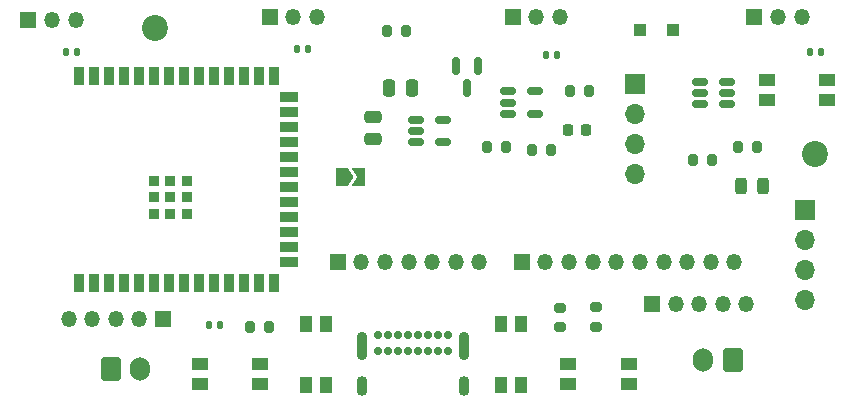
<source format=gbr>
%TF.GenerationSoftware,KiCad,Pcbnew,7.0.7*%
%TF.CreationDate,2025-04-06T11:57:42-05:00*%
%TF.ProjectId,LASK5_V2-0,4c41534b-355f-4563-922d-302e6b696361,rev?*%
%TF.SameCoordinates,Original*%
%TF.FileFunction,Soldermask,Top*%
%TF.FilePolarity,Negative*%
%FSLAX46Y46*%
G04 Gerber Fmt 4.6, Leading zero omitted, Abs format (unit mm)*
G04 Created by KiCad (PCBNEW 7.0.7) date 2025-04-06 11:57:42*
%MOMM*%
%LPD*%
G01*
G04 APERTURE LIST*
G04 Aperture macros list*
%AMRoundRect*
0 Rectangle with rounded corners*
0 $1 Rounding radius*
0 $2 $3 $4 $5 $6 $7 $8 $9 X,Y pos of 4 corners*
0 Add a 4 corners polygon primitive as box body*
4,1,4,$2,$3,$4,$5,$6,$7,$8,$9,$2,$3,0*
0 Add four circle primitives for the rounded corners*
1,1,$1+$1,$2,$3*
1,1,$1+$1,$4,$5*
1,1,$1+$1,$6,$7*
1,1,$1+$1,$8,$9*
0 Add four rect primitives between the rounded corners*
20,1,$1+$1,$2,$3,$4,$5,0*
20,1,$1+$1,$4,$5,$6,$7,0*
20,1,$1+$1,$6,$7,$8,$9,0*
20,1,$1+$1,$8,$9,$2,$3,0*%
%AMFreePoly0*
4,1,6,1.000000,0.000000,0.500000,-0.750000,-0.500000,-0.750000,-0.500000,0.750000,0.500000,0.750000,1.000000,0.000000,1.000000,0.000000,$1*%
%AMFreePoly1*
4,1,6,0.500000,-0.750000,-0.650000,-0.750000,-0.150000,0.000000,-0.650000,0.750000,0.500000,0.750000,0.500000,-0.750000,0.500000,-0.750000,$1*%
G04 Aperture macros list end*
%ADD10RoundRect,0.140000X-0.140000X-0.170000X0.140000X-0.170000X0.140000X0.170000X-0.140000X0.170000X0*%
%ADD11RoundRect,0.200000X-0.200000X-0.275000X0.200000X-0.275000X0.200000X0.275000X-0.200000X0.275000X0*%
%ADD12RoundRect,0.250000X-0.475000X0.250000X-0.475000X-0.250000X0.475000X-0.250000X0.475000X0.250000X0*%
%ADD13RoundRect,0.150000X-0.150000X0.587500X-0.150000X-0.587500X0.150000X-0.587500X0.150000X0.587500X0*%
%ADD14RoundRect,0.150000X-0.512500X-0.150000X0.512500X-0.150000X0.512500X0.150000X-0.512500X0.150000X0*%
%ADD15RoundRect,0.200000X0.275000X-0.200000X0.275000X0.200000X-0.275000X0.200000X-0.275000X-0.200000X0*%
%ADD16R,1.700000X1.700000*%
%ADD17O,1.700000X1.700000*%
%ADD18R,1.350000X1.350000*%
%ADD19O,1.350000X1.350000*%
%ADD20R,1.450000X1.000000*%
%ADD21RoundRect,0.225000X0.225000X0.250000X-0.225000X0.250000X-0.225000X-0.250000X0.225000X-0.250000X0*%
%ADD22C,2.200000*%
%ADD23RoundRect,0.250000X-0.300000X-0.300000X0.300000X-0.300000X0.300000X0.300000X-0.300000X0.300000X0*%
%ADD24FreePoly0,0.000000*%
%ADD25FreePoly1,0.000000*%
%ADD26RoundRect,0.250000X0.600000X0.750000X-0.600000X0.750000X-0.600000X-0.750000X0.600000X-0.750000X0*%
%ADD27O,1.700000X2.000000*%
%ADD28R,0.812800X1.498600*%
%ADD29R,1.498600X0.812800*%
%ADD30R,0.889000X0.889000*%
%ADD31RoundRect,0.250000X-0.600000X-0.750000X0.600000X-0.750000X0.600000X0.750000X-0.600000X0.750000X0*%
%ADD32R,1.000000X1.450000*%
%ADD33C,0.700000*%
%ADD34O,0.900000X2.400000*%
%ADD35O,0.900000X1.700000*%
%ADD36RoundRect,0.200000X0.200000X0.275000X-0.200000X0.275000X-0.200000X-0.275000X0.200000X-0.275000X0*%
%ADD37RoundRect,0.243750X-0.243750X-0.456250X0.243750X-0.456250X0.243750X0.456250X-0.243750X0.456250X0*%
%ADD38RoundRect,0.250000X0.250000X0.475000X-0.250000X0.475000X-0.250000X-0.475000X0.250000X-0.475000X0*%
G04 APERTURE END LIST*
D10*
%TO.C,C2*%
X122484000Y-71120000D03*
X123444000Y-71120000D03*
%TD*%
D11*
%TO.C,R4*%
X165101000Y-74427000D03*
X166751000Y-74427000D03*
%TD*%
D12*
%TO.C,C6*%
X148452000Y-76581000D03*
X148452000Y-78481000D03*
%TD*%
D11*
%TO.C,R9*%
X149607000Y-69342000D03*
X151257000Y-69342000D03*
%TD*%
D13*
%TO.C,Q2*%
X157353000Y-72263000D03*
X155453000Y-72263000D03*
X156403000Y-74138000D03*
%TD*%
D14*
%TO.C,U4*%
X159904000Y-74427000D03*
X159904000Y-75377000D03*
X159904000Y-76327000D03*
X162179000Y-76327000D03*
X162179000Y-74427000D03*
%TD*%
D15*
%TO.C,R2*%
X164338000Y-94424000D03*
X164338000Y-92774000D03*
%TD*%
D16*
%TO.C,J9*%
X170688000Y-73787000D03*
D17*
X170688000Y-76327000D03*
X170688000Y-78867000D03*
X170688000Y-81407000D03*
%TD*%
D18*
%TO.C,J3*%
X161068000Y-88900000D03*
D19*
X163068000Y-88900000D03*
X165068000Y-88900000D03*
X167068000Y-88900000D03*
X169068000Y-88900000D03*
X171068000Y-88900000D03*
X173068000Y-88900000D03*
X175068000Y-88900000D03*
X177068000Y-88900000D03*
X179068000Y-88900000D03*
%TD*%
D20*
%TO.C,SW_PWR1*%
X181794000Y-75184000D03*
X181794000Y-73484000D03*
X186944000Y-75184000D03*
X186944000Y-73484000D03*
%TD*%
D18*
%TO.C,H2*%
X139732000Y-68167600D03*
D19*
X141732000Y-68167600D03*
X143732000Y-68167600D03*
%TD*%
D21*
%TO.C,C8*%
X166497000Y-77729000D03*
X164947000Y-77729000D03*
%TD*%
D14*
%TO.C,U3*%
X152146000Y-76835000D03*
X152146000Y-77785000D03*
X152146000Y-78735000D03*
X154421000Y-78735000D03*
X154421000Y-76835000D03*
%TD*%
D11*
%TO.C,R3*%
X179325000Y-79121000D03*
X180975000Y-79121000D03*
%TD*%
D22*
%TO.C,H8*%
X130048000Y-69088000D03*
%TD*%
D11*
%TO.C,R8*%
X161926000Y-79375000D03*
X163576000Y-79375000D03*
%TD*%
D10*
%TO.C,C4*%
X142042000Y-70866000D03*
X143002000Y-70866000D03*
%TD*%
%TO.C,C5*%
X134549000Y-94234000D03*
X135509000Y-94234000D03*
%TD*%
%TO.C,C3*%
X185476000Y-71120000D03*
X186436000Y-71120000D03*
%TD*%
D23*
%TO.C,D1*%
X171087000Y-69215000D03*
X173887000Y-69215000D03*
%TD*%
D18*
%TO.C,Joystick1*%
X172085000Y-92456000D03*
D19*
X174085000Y-92456000D03*
X176085000Y-92456000D03*
X178085000Y-92456000D03*
X180085000Y-92456000D03*
%TD*%
D18*
%TO.C,H4*%
X180753000Y-68167600D03*
D19*
X182753000Y-68167600D03*
X184753000Y-68167600D03*
%TD*%
D18*
%TO.C,J6*%
X145480000Y-88900000D03*
D19*
X147480000Y-88900000D03*
X149480000Y-88900000D03*
X151480000Y-88900000D03*
X153480000Y-88900000D03*
X155480000Y-88900000D03*
X157480000Y-88900000D03*
%TD*%
D15*
%TO.C,R1*%
X167386000Y-94361000D03*
X167386000Y-92711000D03*
%TD*%
D20*
%TO.C,SW_SEL1*%
X164973000Y-99187000D03*
X164973000Y-97487000D03*
X170123000Y-99187000D03*
X170123000Y-97487000D03*
%TD*%
D22*
%TO.C,H7*%
X185928000Y-79756000D03*
%TD*%
D24*
%TO.C,JP1*%
X145870000Y-81661000D03*
D25*
X147320000Y-81661000D03*
%TD*%
D11*
%TO.C,R7*%
X158116000Y-79121000D03*
X159766000Y-79121000D03*
%TD*%
D26*
%TO.C,BattExtLTC4054*%
X178923000Y-97201000D03*
D27*
X176423000Y-97201000D03*
%TD*%
D28*
%TO.C,U2*%
X123591000Y-90665000D03*
X124861000Y-90665000D03*
X126131000Y-90665000D03*
X127401000Y-90665000D03*
X128671000Y-90665000D03*
X129941000Y-90665000D03*
X131211000Y-90665000D03*
X132481000Y-90665000D03*
X133751000Y-90665000D03*
X135021000Y-90665000D03*
X136291000Y-90665000D03*
X137561000Y-90665000D03*
X138831000Y-90665000D03*
X140101000Y-90665000D03*
D29*
X141351000Y-88900000D03*
X141351000Y-87630000D03*
X141351000Y-86360000D03*
X141351000Y-85090000D03*
X141351000Y-83820000D03*
X141351000Y-82550000D03*
X141351000Y-81280000D03*
X141351000Y-80010000D03*
X141351000Y-78740000D03*
X141351000Y-77470000D03*
X141351000Y-76200000D03*
X141351000Y-74930000D03*
D28*
X140101000Y-73165000D03*
X138831000Y-73165000D03*
X137561000Y-73165000D03*
X136291000Y-73165000D03*
X135021000Y-73165000D03*
X133751000Y-73165000D03*
X132481000Y-73165000D03*
X131211000Y-73165000D03*
X129941000Y-73165000D03*
X128671000Y-73165000D03*
X127401000Y-73165000D03*
X126131000Y-73165000D03*
X124861000Y-73165000D03*
X123591000Y-73165000D03*
D30*
X131311000Y-83415000D03*
X129911000Y-84815000D03*
X131311000Y-84815000D03*
X132711000Y-84815000D03*
X132711000Y-83415000D03*
X132711000Y-82015000D03*
X131311000Y-82015000D03*
X129911000Y-82015000D03*
X129911000Y-83415000D03*
%TD*%
D31*
%TO.C,J2*%
X126278000Y-97917000D03*
D27*
X128778000Y-97917000D03*
%TD*%
D18*
%TO.C,Joystick2*%
X130683000Y-93726000D03*
D19*
X128683000Y-93726000D03*
X126683000Y-93726000D03*
X124683000Y-93726000D03*
X122683000Y-93726000D03*
%TD*%
D32*
%TO.C,SW_RST1*%
X144526000Y-99314000D03*
X142826000Y-99314000D03*
X144526000Y-94164000D03*
X142826000Y-94164000D03*
%TD*%
D33*
%TO.C,P1*%
X148881000Y-95043000D03*
X149731000Y-95043000D03*
X150581000Y-95043000D03*
X151431000Y-95043000D03*
X152281000Y-95043000D03*
X153131000Y-95043000D03*
X153981000Y-95043000D03*
X154831000Y-95043000D03*
X154831000Y-96393000D03*
X153981000Y-96393000D03*
X153131000Y-96393000D03*
X152281000Y-96393000D03*
X151431000Y-96393000D03*
X150581000Y-96393000D03*
X149731000Y-96393000D03*
X148881000Y-96393000D03*
D34*
X147531000Y-96023000D03*
D35*
X147531000Y-99403000D03*
D34*
X156181000Y-96023000D03*
D35*
X156181000Y-99403000D03*
%TD*%
D36*
%TO.C,R6*%
X139700000Y-94361000D03*
X138050000Y-94361000D03*
%TD*%
D37*
%TO.C,D2*%
X179608000Y-82423000D03*
X181483000Y-82423000D03*
%TD*%
D20*
%TO.C,SW_BOOT1*%
X133788000Y-99236000D03*
X133788000Y-97536000D03*
X138938000Y-99236000D03*
X138938000Y-97536000D03*
%TD*%
D11*
%TO.C,R5*%
X175515000Y-80264000D03*
X177165000Y-80264000D03*
%TD*%
D38*
%TO.C,C7*%
X151754000Y-74168000D03*
X149854000Y-74168000D03*
%TD*%
D10*
%TO.C,C1*%
X163096000Y-71374000D03*
X164056000Y-71374000D03*
%TD*%
D18*
%TO.C,H1*%
X119285000Y-68398600D03*
D19*
X121285000Y-68398600D03*
X123285000Y-68398600D03*
%TD*%
D18*
%TO.C,H3*%
X160306000Y-68167600D03*
D19*
X162306000Y-68167600D03*
X164306000Y-68167600D03*
%TD*%
D16*
%TO.C,J1*%
X185039000Y-84455000D03*
D17*
X185039000Y-86995000D03*
X185039000Y-89535000D03*
X185039000Y-92075000D03*
%TD*%
D14*
%TO.C,MAX1*%
X176160000Y-73599000D03*
X176160000Y-74549000D03*
X176160000Y-75499000D03*
X178435000Y-75499000D03*
X178435000Y-74549000D03*
X178435000Y-73599000D03*
%TD*%
D32*
%TO.C,SW_M1*%
X161036000Y-99314000D03*
X159336000Y-99314000D03*
X161036000Y-94164000D03*
X159336000Y-94164000D03*
%TD*%
M02*

</source>
